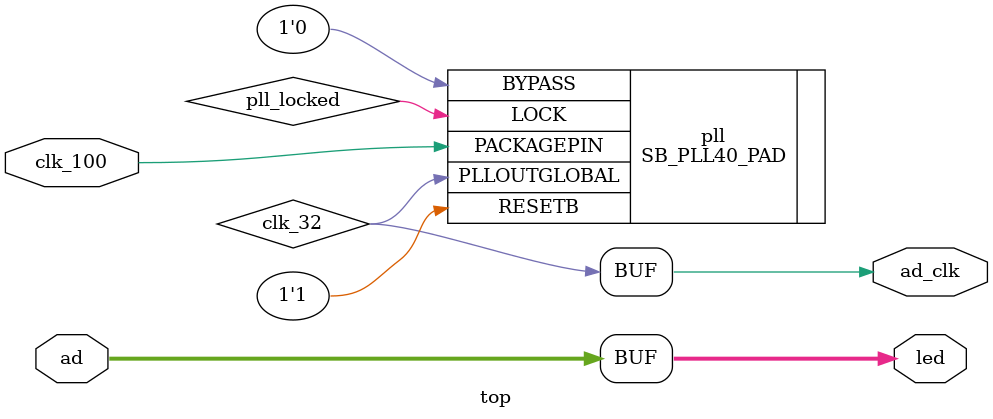
<source format=v>
module top(
  input clk_100, 
  output ad_clk, 
  input [7:0] ad,
  output [7:0] led
);

parameter ClkFreq = 32031250; // Hz

// Clock Generator
wire clk_32;
wire pll_locked;

SB_PLL40_PAD #(
  .FEEDBACK_PATH("SIMPLE"),
  .DELAY_ADJUSTMENT_MODE_FEEDBACK("FIXED"),
  .DELAY_ADJUSTMENT_MODE_RELATIVE("FIXED"),
  .PLLOUT_SELECT("GENCLK"),
  .FDA_FEEDBACK(4'b1111),
  .FDA_RELATIVE(4'b1111),
  .DIVR(4'b0011),
  .DIVF(7'b0101000),
  .DIVQ(3'b101),
  .FILTER_RANGE(3'b010)
) pll (
  .PACKAGEPIN(clk_100),
  .PLLOUTGLOBAL(clk_32),
  .LOCK(pll_locked),
  .BYPASS(1'b0),
  .RESETB(1'b1)
);


assign ad_clk = clk_32;
assign led = ad;

endmodule

</source>
